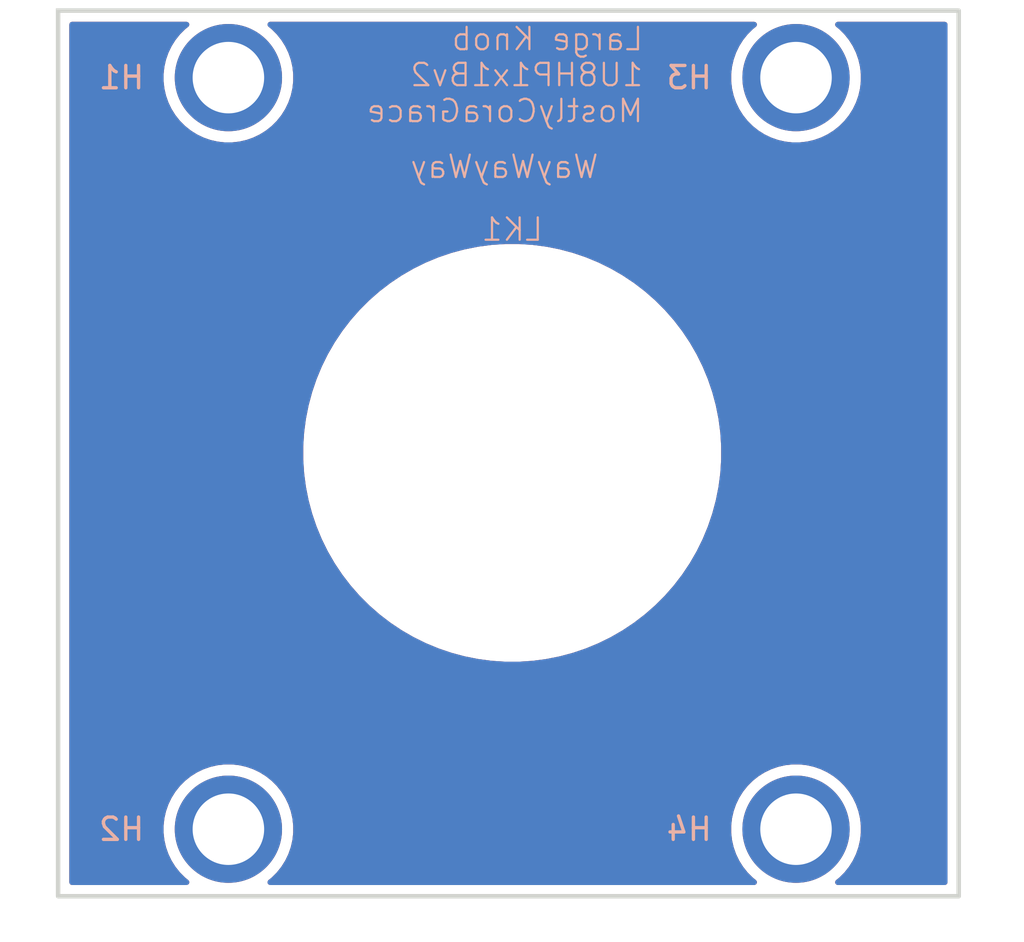
<source format=kicad_pcb>
(kicad_pcb (version 20241229) (generator "pcbnew") (generator_version "9.0")
  (layers (0 "F.Cu" signal) (2 "B.Cu" signal) (13 "F.Paste" user) (15 "B.Paste" user) (5 "F.SilkS" user "F.Silkscreen") (7 "B.SilkS" user "B.Silkscreen") (1 "F.Mask" user) (3 "B.Mask" user) (25 "Edge.Cuts" user))
  (net 0 "")
  (footprint "EXC:Knob_Large_20mm" (layer "F.Cu") (at 20.32 22.225)
    (property "Reference" "LK1" (at 0 -10 0) (layer "B.SilkS") (effects (font (thickness 0.1)) (justify mirror)))
    (property "Value" "20mm Large Knob")
    (pad "" np_thru_hole circle (at 0 0) (size 18.2 18.2) (drill 18.2) (layers "*.Cu" "*.Mask"))
  )
  (footprint "EXC:MountingHole_3.2mm_M3" (layer "F.Cu") (at 7.62 5.425)
    (property "Reference" "H1" (at -3.683 0 0) (layer "B.SilkS") (effects (justify left mirror)))
    (property "Value" "Eurorack_M3_MountingHole")
    (pad "" thru_hole circle (at 0 0) (size 4.8 4.8) (drill 3.2) (layers "*.Cu" "*.Mask"))
  )
  (footprint "EXC:MountingHole_3.2mm_M3" (layer "F.Cu") (at 33.02 5.425)
    (property "Reference" "H3" (at -3.683 0 0) (layer "B.SilkS") (effects (justify left mirror)))
    (property "Value" "Eurorack_M3_MountingHole")
    (pad "" thru_hole circle (at 0 0) (size 4.8 4.8) (drill 3.2) (layers "*.Cu" "*.Mask"))
  )
  (footprint "EXC:MountingHole_3.2mm_M3" (layer "F.Cu") (at 33.02 39.075)
    (property "Reference" "H4" (at -3.683 0 0) (layer "B.SilkS") (effects (justify left mirror)))
    (property "Value" "Eurorack_M3_MountingHole")
    (pad "" thru_hole circle (at 0 0) (size 4.8 4.8) (drill 3.2) (layers "*.Cu" "*.Mask"))
  )
  (footprint "EXC:MountingHole_3.2mm_M3" (layer "F.Cu") (at 7.62 39.075)
    (property "Reference" "H2" (at -3.683 0 0) (layer "B.SilkS") (effects (justify left mirror)))
    (property "Value" "Eurorack_M3_MountingHole")
    (pad "" thru_hole circle (at 0 0) (size 4.8 4.8) (drill 3.2) (layers "*.Cu" "*.Mask"))
  )
  (gr_rect (start 0 2.425) (end 40.3 42.075) (stroke (width 0.2)) (fill no) (layer "Edge.Cuts"))
  (gr_text "Large Knob\n1U8HP1x1Bv2\nMostlyCoraGrace" (at 26.25 7.5 0) (layer "B.SilkS") (effects (font (size 1 1) (thickness 0.1)) (justify left bottom mirror)))
  (gr_text "WayWayWay" (at 24.25 10 0) (layer "B.SilkS") (effects (font (size 1 1) (thickness 0.1)) (justify left bottom mirror)))
  (zone (net 0) (net_name "") (layers "F.Cu" "B.Cu") (connect_pads (clearance 0.5)) (min_thickness 0.25) (fill yes (thermal_gap 0.5) (thermal_bridge_width 0.5) (island_removal_mode 1) (island_area_min 10))
    (polygon (pts (xy 0 2.425) (xy 40.3 2.425) (xy 40.3 42.075) (xy 0 42.075)))
  )
)
</source>
